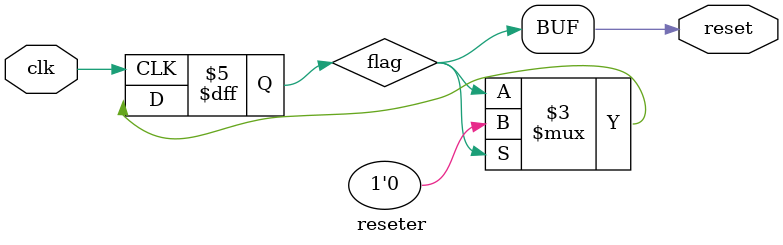
<source format=v>
module reseter(
	input wire clk,
	output wire reset
);

reg flag = 1'b1;

always @(posedge clk) begin
	if (flag) begin
		flag  <= 1'b0;
	end
end

assign reset = flag;

endmodule

</source>
